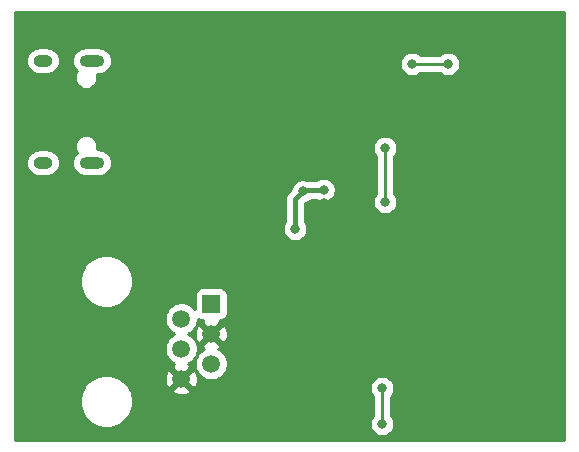
<source format=gbr>
%TF.GenerationSoftware,KiCad,Pcbnew,5.1.10-88a1d61d58~90~ubuntu20.04.1*%
%TF.CreationDate,2021-10-26T22:54:14+02:00*%
%TF.ProjectId,e-meter-usb-c,652d6d65-7465-4722-9d75-73622d632e6b,rev?*%
%TF.SameCoordinates,Original*%
%TF.FileFunction,Copper,L2,Bot*%
%TF.FilePolarity,Positive*%
%FSLAX46Y46*%
G04 Gerber Fmt 4.6, Leading zero omitted, Abs format (unit mm)*
G04 Created by KiCad (PCBNEW 5.1.10-88a1d61d58~90~ubuntu20.04.1) date 2021-10-26 22:54:14*
%MOMM*%
%LPD*%
G01*
G04 APERTURE LIST*
%TA.AperFunction,ComponentPad*%
%ADD10O,2.100000X1.000000*%
%TD*%
%TA.AperFunction,ComponentPad*%
%ADD11O,1.600000X1.000000*%
%TD*%
%TA.AperFunction,ComponentPad*%
%ADD12R,1.520000X1.520000*%
%TD*%
%TA.AperFunction,ComponentPad*%
%ADD13C,1.520000*%
%TD*%
%TA.AperFunction,ViaPad*%
%ADD14C,0.800000*%
%TD*%
%TA.AperFunction,Conductor*%
%ADD15C,0.400000*%
%TD*%
%TA.AperFunction,Conductor*%
%ADD16C,0.250000*%
%TD*%
%TA.AperFunction,Conductor*%
%ADD17C,0.254000*%
%TD*%
%TA.AperFunction,Conductor*%
%ADD18C,0.100000*%
%TD*%
G04 APERTURE END LIST*
D10*
%TO.P,J2,S1*%
%TO.N,Net-(J2-PadS1)*%
X114890000Y-38864000D03*
X114890000Y-30224000D03*
D11*
X110710000Y-30224000D03*
X110710000Y-38864000D03*
%TD*%
D12*
%TO.P,J1,1*%
%TO.N,/HAN_DATA_REQ*%
X124968000Y-50800000D03*
D13*
%TO.P,J1,2*%
X122428000Y-52070000D03*
%TO.P,J1,3*%
%TO.N,GND*%
X124968000Y-53340000D03*
%TO.P,J1,4*%
%TO.N,Net-(J1-Pad4)*%
X122428000Y-54610000D03*
%TO.P,J1,5*%
%TO.N,/HAN_DATA*%
X124968000Y-55880000D03*
%TO.P,J1,6*%
%TO.N,GND*%
X122428000Y-57150000D03*
%TD*%
D14*
%TO.N,GND*%
X134493000Y-42291000D03*
X128841500Y-57340500D03*
X137160000Y-32766000D03*
X137160000Y-35814000D03*
X153543000Y-58293000D03*
X153924000Y-34036000D03*
X149352000Y-46990000D03*
X148336000Y-35560000D03*
X117856000Y-31496000D03*
X117856000Y-38100000D03*
X129794000Y-27432000D03*
X120650000Y-27686000D03*
X138430000Y-28702000D03*
X144653000Y-27305000D03*
X152817000Y-27341000D03*
X117856000Y-29083000D03*
X127381000Y-49784000D03*
X127571500Y-52514500D03*
X128524000Y-43942000D03*
X130746500Y-43942000D03*
%TO.N,+3V3*%
X134492999Y-41148000D03*
X132080000Y-44450000D03*
X132715000Y-41275000D03*
%TO.N,/ESP_EN*%
X141986000Y-30480000D03*
X144997000Y-30480000D03*
%TO.N,/HAN_TO_ESP*%
X139446000Y-60960000D03*
X139446000Y-57949000D03*
%TO.N,/ESP_IO0*%
X139700000Y-37592000D03*
X139700000Y-42164000D03*
%TD*%
D15*
%TO.N,+3V3*%
X134492999Y-41148000D02*
X133096000Y-41148000D01*
X133096000Y-41148000D02*
X132842000Y-41148000D01*
X132080000Y-41910000D02*
X132715000Y-41275000D01*
X132080000Y-44450000D02*
X132080000Y-41910000D01*
X132842000Y-41148000D02*
X132842000Y-41148000D01*
X132715000Y-41275000D02*
X132842000Y-41148000D01*
D16*
%TO.N,/ESP_EN*%
X141986000Y-30480000D02*
X144997000Y-30480000D01*
%TO.N,/HAN_TO_ESP*%
X139446000Y-60960000D02*
X139446000Y-57949000D01*
%TO.N,/ESP_IO0*%
X139700000Y-37592000D02*
X139700000Y-42164000D01*
%TD*%
D17*
%TO.N,GND*%
X154813000Y-62307000D02*
X108381000Y-62307000D01*
X108381000Y-58827409D01*
X113818000Y-58827409D01*
X113818000Y-59272591D01*
X113904851Y-59709218D01*
X114075214Y-60120511D01*
X114322544Y-60490666D01*
X114637334Y-60805456D01*
X115007489Y-61052786D01*
X115418782Y-61223149D01*
X115855409Y-61310000D01*
X116300591Y-61310000D01*
X116737218Y-61223149D01*
X117148511Y-61052786D01*
X117518666Y-60805456D01*
X117833456Y-60490666D01*
X118080786Y-60120511D01*
X118251149Y-59709218D01*
X118338000Y-59272591D01*
X118338000Y-58827409D01*
X118251149Y-58390782D01*
X118136559Y-58114137D01*
X121643469Y-58114137D01*
X121710206Y-58354025D01*
X121958892Y-58470924D01*
X122225606Y-58537061D01*
X122500097Y-58549895D01*
X122771817Y-58508931D01*
X123030326Y-58415744D01*
X123145794Y-58354025D01*
X123212531Y-58114137D01*
X122428000Y-57329605D01*
X121643469Y-58114137D01*
X118136559Y-58114137D01*
X118080786Y-57979489D01*
X117833456Y-57609334D01*
X117518666Y-57294544D01*
X117410242Y-57222097D01*
X121028105Y-57222097D01*
X121069069Y-57493817D01*
X121162256Y-57752326D01*
X121223975Y-57867794D01*
X121463863Y-57934531D01*
X122248395Y-57150000D01*
X122607605Y-57150000D01*
X123392137Y-57934531D01*
X123632025Y-57867794D01*
X123641770Y-57847061D01*
X138411000Y-57847061D01*
X138411000Y-58050939D01*
X138450774Y-58250898D01*
X138528795Y-58439256D01*
X138642063Y-58608774D01*
X138686001Y-58652712D01*
X138686000Y-60256289D01*
X138642063Y-60300226D01*
X138528795Y-60469744D01*
X138450774Y-60658102D01*
X138411000Y-60858061D01*
X138411000Y-61061939D01*
X138450774Y-61261898D01*
X138528795Y-61450256D01*
X138642063Y-61619774D01*
X138786226Y-61763937D01*
X138955744Y-61877205D01*
X139144102Y-61955226D01*
X139344061Y-61995000D01*
X139547939Y-61995000D01*
X139747898Y-61955226D01*
X139936256Y-61877205D01*
X140105774Y-61763937D01*
X140249937Y-61619774D01*
X140363205Y-61450256D01*
X140441226Y-61261898D01*
X140481000Y-61061939D01*
X140481000Y-60858061D01*
X140441226Y-60658102D01*
X140363205Y-60469744D01*
X140249937Y-60300226D01*
X140206000Y-60256289D01*
X140206000Y-58652711D01*
X140249937Y-58608774D01*
X140363205Y-58439256D01*
X140441226Y-58250898D01*
X140481000Y-58050939D01*
X140481000Y-57847061D01*
X140441226Y-57647102D01*
X140363205Y-57458744D01*
X140249937Y-57289226D01*
X140105774Y-57145063D01*
X139936256Y-57031795D01*
X139747898Y-56953774D01*
X139547939Y-56914000D01*
X139344061Y-56914000D01*
X139144102Y-56953774D01*
X138955744Y-57031795D01*
X138786226Y-57145063D01*
X138642063Y-57289226D01*
X138528795Y-57458744D01*
X138450774Y-57647102D01*
X138411000Y-57847061D01*
X123641770Y-57847061D01*
X123748924Y-57619108D01*
X123815061Y-57352394D01*
X123827895Y-57077903D01*
X123786931Y-56806183D01*
X123693744Y-56547674D01*
X123632025Y-56432206D01*
X123392137Y-56365469D01*
X122607605Y-57150000D01*
X122248395Y-57150000D01*
X121463863Y-56365469D01*
X121223975Y-56432206D01*
X121107076Y-56680892D01*
X121040939Y-56947606D01*
X121028105Y-57222097D01*
X117410242Y-57222097D01*
X117148511Y-57047214D01*
X116737218Y-56876851D01*
X116300591Y-56790000D01*
X115855409Y-56790000D01*
X115418782Y-56876851D01*
X115007489Y-57047214D01*
X114637334Y-57294544D01*
X114322544Y-57609334D01*
X114075214Y-57979489D01*
X113904851Y-58390782D01*
X113818000Y-58827409D01*
X108381000Y-58827409D01*
X108381000Y-51932604D01*
X121033000Y-51932604D01*
X121033000Y-52207396D01*
X121086609Y-52476907D01*
X121191767Y-52730780D01*
X121344433Y-52959261D01*
X121538739Y-53153567D01*
X121767220Y-53306233D01*
X121848740Y-53340000D01*
X121767220Y-53373767D01*
X121538739Y-53526433D01*
X121344433Y-53720739D01*
X121191767Y-53949220D01*
X121086609Y-54203093D01*
X121033000Y-54472604D01*
X121033000Y-54747396D01*
X121086609Y-55016907D01*
X121191767Y-55270780D01*
X121344433Y-55499261D01*
X121538739Y-55693567D01*
X121767220Y-55846233D01*
X121843501Y-55877830D01*
X121825674Y-55884256D01*
X121710206Y-55945975D01*
X121643469Y-56185863D01*
X122428000Y-56970395D01*
X123212531Y-56185863D01*
X123145794Y-55945975D01*
X123006293Y-55880400D01*
X123088780Y-55846233D01*
X123243871Y-55742604D01*
X123573000Y-55742604D01*
X123573000Y-56017396D01*
X123626609Y-56286907D01*
X123731767Y-56540780D01*
X123884433Y-56769261D01*
X124078739Y-56963567D01*
X124307220Y-57116233D01*
X124561093Y-57221391D01*
X124830604Y-57275000D01*
X125105396Y-57275000D01*
X125374907Y-57221391D01*
X125628780Y-57116233D01*
X125857261Y-56963567D01*
X126051567Y-56769261D01*
X126204233Y-56540780D01*
X126309391Y-56286907D01*
X126363000Y-56017396D01*
X126363000Y-55742604D01*
X126309391Y-55473093D01*
X126204233Y-55219220D01*
X126051567Y-54990739D01*
X125857261Y-54796433D01*
X125628780Y-54643767D01*
X125552499Y-54612170D01*
X125570326Y-54605744D01*
X125685794Y-54544025D01*
X125752531Y-54304137D01*
X124968000Y-53519605D01*
X124183469Y-54304137D01*
X124250206Y-54544025D01*
X124389707Y-54609600D01*
X124307220Y-54643767D01*
X124078739Y-54796433D01*
X123884433Y-54990739D01*
X123731767Y-55219220D01*
X123626609Y-55473093D01*
X123573000Y-55742604D01*
X123243871Y-55742604D01*
X123317261Y-55693567D01*
X123511567Y-55499261D01*
X123664233Y-55270780D01*
X123769391Y-55016907D01*
X123823000Y-54747396D01*
X123823000Y-54472604D01*
X123769391Y-54203093D01*
X123664233Y-53949220D01*
X123511567Y-53720739D01*
X123317261Y-53526433D01*
X123146145Y-53412097D01*
X123568105Y-53412097D01*
X123609069Y-53683817D01*
X123702256Y-53942326D01*
X123763975Y-54057794D01*
X124003863Y-54124531D01*
X124788395Y-53340000D01*
X125147605Y-53340000D01*
X125932137Y-54124531D01*
X126172025Y-54057794D01*
X126288924Y-53809108D01*
X126355061Y-53542394D01*
X126367895Y-53267903D01*
X126326931Y-52996183D01*
X126233744Y-52737674D01*
X126172025Y-52622206D01*
X125932137Y-52555469D01*
X125147605Y-53340000D01*
X124788395Y-53340000D01*
X124003863Y-52555469D01*
X123763975Y-52622206D01*
X123647076Y-52870892D01*
X123580939Y-53137606D01*
X123568105Y-53412097D01*
X123146145Y-53412097D01*
X123088780Y-53373767D01*
X123007260Y-53340000D01*
X123088780Y-53306233D01*
X123317261Y-53153567D01*
X123511567Y-52959261D01*
X123664233Y-52730780D01*
X123769391Y-52476907D01*
X123823000Y-52207396D01*
X123823000Y-52065501D01*
X123853506Y-52090537D01*
X123963820Y-52149502D01*
X124083518Y-52185812D01*
X124208000Y-52198072D01*
X124232931Y-52198072D01*
X124183469Y-52375863D01*
X124968000Y-53160395D01*
X125752531Y-52375863D01*
X125703069Y-52198072D01*
X125728000Y-52198072D01*
X125852482Y-52185812D01*
X125972180Y-52149502D01*
X126082494Y-52090537D01*
X126179185Y-52011185D01*
X126258537Y-51914494D01*
X126317502Y-51804180D01*
X126353812Y-51684482D01*
X126366072Y-51560000D01*
X126366072Y-50040000D01*
X126353812Y-49915518D01*
X126317502Y-49795820D01*
X126258537Y-49685506D01*
X126179185Y-49588815D01*
X126082494Y-49509463D01*
X125972180Y-49450498D01*
X125852482Y-49414188D01*
X125728000Y-49401928D01*
X124208000Y-49401928D01*
X124083518Y-49414188D01*
X123963820Y-49450498D01*
X123853506Y-49509463D01*
X123756815Y-49588815D01*
X123677463Y-49685506D01*
X123618498Y-49795820D01*
X123582188Y-49915518D01*
X123569928Y-50040000D01*
X123569928Y-51268082D01*
X123511567Y-51180739D01*
X123317261Y-50986433D01*
X123088780Y-50833767D01*
X122834907Y-50728609D01*
X122565396Y-50675000D01*
X122290604Y-50675000D01*
X122021093Y-50728609D01*
X121767220Y-50833767D01*
X121538739Y-50986433D01*
X121344433Y-51180739D01*
X121191767Y-51409220D01*
X121086609Y-51663093D01*
X121033000Y-51932604D01*
X108381000Y-51932604D01*
X108381000Y-48667409D01*
X113818000Y-48667409D01*
X113818000Y-49112591D01*
X113904851Y-49549218D01*
X114075214Y-49960511D01*
X114322544Y-50330666D01*
X114637334Y-50645456D01*
X115007489Y-50892786D01*
X115418782Y-51063149D01*
X115855409Y-51150000D01*
X116300591Y-51150000D01*
X116737218Y-51063149D01*
X117148511Y-50892786D01*
X117518666Y-50645456D01*
X117833456Y-50330666D01*
X118080786Y-49960511D01*
X118251149Y-49549218D01*
X118338000Y-49112591D01*
X118338000Y-48667409D01*
X118251149Y-48230782D01*
X118080786Y-47819489D01*
X117833456Y-47449334D01*
X117518666Y-47134544D01*
X117148511Y-46887214D01*
X116737218Y-46716851D01*
X116300591Y-46630000D01*
X115855409Y-46630000D01*
X115418782Y-46716851D01*
X115007489Y-46887214D01*
X114637334Y-47134544D01*
X114322544Y-47449334D01*
X114075214Y-47819489D01*
X113904851Y-48230782D01*
X113818000Y-48667409D01*
X108381000Y-48667409D01*
X108381000Y-44348061D01*
X131045000Y-44348061D01*
X131045000Y-44551939D01*
X131084774Y-44751898D01*
X131162795Y-44940256D01*
X131276063Y-45109774D01*
X131420226Y-45253937D01*
X131589744Y-45367205D01*
X131778102Y-45445226D01*
X131978061Y-45485000D01*
X132181939Y-45485000D01*
X132381898Y-45445226D01*
X132570256Y-45367205D01*
X132739774Y-45253937D01*
X132883937Y-45109774D01*
X132997205Y-44940256D01*
X133075226Y-44751898D01*
X133115000Y-44551939D01*
X133115000Y-44348061D01*
X133075226Y-44148102D01*
X132997205Y-43959744D01*
X132915000Y-43836715D01*
X132915000Y-42290495D01*
X133016898Y-42270226D01*
X133205256Y-42192205D01*
X133374774Y-42078937D01*
X133470711Y-41983000D01*
X133879714Y-41983000D01*
X134002743Y-42065205D01*
X134191101Y-42143226D01*
X134391060Y-42183000D01*
X134594938Y-42183000D01*
X134794897Y-42143226D01*
X134983255Y-42065205D01*
X135152773Y-41951937D01*
X135296936Y-41807774D01*
X135410204Y-41638256D01*
X135488225Y-41449898D01*
X135527999Y-41249939D01*
X135527999Y-41046061D01*
X135488225Y-40846102D01*
X135410204Y-40657744D01*
X135296936Y-40488226D01*
X135152773Y-40344063D01*
X134983255Y-40230795D01*
X134794897Y-40152774D01*
X134594938Y-40113000D01*
X134391060Y-40113000D01*
X134191101Y-40152774D01*
X134002743Y-40230795D01*
X133879714Y-40313000D01*
X133097112Y-40313000D01*
X133016898Y-40279774D01*
X132816939Y-40240000D01*
X132613061Y-40240000D01*
X132413102Y-40279774D01*
X132224744Y-40357795D01*
X132055226Y-40471063D01*
X131911063Y-40615226D01*
X131797795Y-40784744D01*
X131719774Y-40973102D01*
X131690908Y-41118225D01*
X131518573Y-41290559D01*
X131486710Y-41316709D01*
X131437281Y-41376939D01*
X131382364Y-41443855D01*
X131304828Y-41588914D01*
X131257082Y-41746312D01*
X131240960Y-41910000D01*
X131245001Y-41951028D01*
X131245000Y-43836715D01*
X131162795Y-43959744D01*
X131084774Y-44148102D01*
X131045000Y-44348061D01*
X108381000Y-44348061D01*
X108381000Y-38864000D01*
X109269509Y-38864000D01*
X109291423Y-39086499D01*
X109356324Y-39300447D01*
X109461716Y-39497623D01*
X109603551Y-39670449D01*
X109776377Y-39812284D01*
X109973553Y-39917676D01*
X110187501Y-39982577D01*
X110354248Y-39999000D01*
X111065752Y-39999000D01*
X111232499Y-39982577D01*
X111446447Y-39917676D01*
X111643623Y-39812284D01*
X111816449Y-39670449D01*
X111958284Y-39497623D01*
X112063676Y-39300447D01*
X112128577Y-39086499D01*
X112150491Y-38864000D01*
X113199509Y-38864000D01*
X113221423Y-39086499D01*
X113286324Y-39300447D01*
X113391716Y-39497623D01*
X113533551Y-39670449D01*
X113706377Y-39812284D01*
X113903553Y-39917676D01*
X114117501Y-39982577D01*
X114284248Y-39999000D01*
X115495752Y-39999000D01*
X115662499Y-39982577D01*
X115876447Y-39917676D01*
X116073623Y-39812284D01*
X116246449Y-39670449D01*
X116388284Y-39497623D01*
X116493676Y-39300447D01*
X116558577Y-39086499D01*
X116580491Y-38864000D01*
X116558577Y-38641501D01*
X116493676Y-38427553D01*
X116388284Y-38230377D01*
X116246449Y-38057551D01*
X116073623Y-37915716D01*
X115876447Y-37810324D01*
X115662499Y-37745423D01*
X115495752Y-37729000D01*
X115276904Y-37729000D01*
X115283108Y-37714022D01*
X115320000Y-37528552D01*
X115320000Y-37490061D01*
X138665000Y-37490061D01*
X138665000Y-37693939D01*
X138704774Y-37893898D01*
X138782795Y-38082256D01*
X138896063Y-38251774D01*
X138940000Y-38295711D01*
X138940001Y-41460288D01*
X138896063Y-41504226D01*
X138782795Y-41673744D01*
X138704774Y-41862102D01*
X138665000Y-42062061D01*
X138665000Y-42265939D01*
X138704774Y-42465898D01*
X138782795Y-42654256D01*
X138896063Y-42823774D01*
X139040226Y-42967937D01*
X139209744Y-43081205D01*
X139398102Y-43159226D01*
X139598061Y-43199000D01*
X139801939Y-43199000D01*
X140001898Y-43159226D01*
X140190256Y-43081205D01*
X140359774Y-42967937D01*
X140503937Y-42823774D01*
X140617205Y-42654256D01*
X140695226Y-42465898D01*
X140735000Y-42265939D01*
X140735000Y-42062061D01*
X140695226Y-41862102D01*
X140617205Y-41673744D01*
X140503937Y-41504226D01*
X140460000Y-41460289D01*
X140460000Y-38295711D01*
X140503937Y-38251774D01*
X140617205Y-38082256D01*
X140695226Y-37893898D01*
X140735000Y-37693939D01*
X140735000Y-37490061D01*
X140695226Y-37290102D01*
X140617205Y-37101744D01*
X140503937Y-36932226D01*
X140359774Y-36788063D01*
X140190256Y-36674795D01*
X140001898Y-36596774D01*
X139801939Y-36557000D01*
X139598061Y-36557000D01*
X139398102Y-36596774D01*
X139209744Y-36674795D01*
X139040226Y-36788063D01*
X138896063Y-36932226D01*
X138782795Y-37101744D01*
X138704774Y-37290102D01*
X138665000Y-37490061D01*
X115320000Y-37490061D01*
X115320000Y-37339448D01*
X115283108Y-37153978D01*
X115210741Y-36979269D01*
X115105681Y-36822036D01*
X114971964Y-36688319D01*
X114814731Y-36583259D01*
X114640022Y-36510892D01*
X114454552Y-36474000D01*
X114265448Y-36474000D01*
X114079978Y-36510892D01*
X113905269Y-36583259D01*
X113748036Y-36688319D01*
X113614319Y-36822036D01*
X113509259Y-36979269D01*
X113436892Y-37153978D01*
X113400000Y-37339448D01*
X113400000Y-37528552D01*
X113436892Y-37714022D01*
X113509259Y-37888731D01*
X113590715Y-38010638D01*
X113533551Y-38057551D01*
X113391716Y-38230377D01*
X113286324Y-38427553D01*
X113221423Y-38641501D01*
X113199509Y-38864000D01*
X112150491Y-38864000D01*
X112128577Y-38641501D01*
X112063676Y-38427553D01*
X111958284Y-38230377D01*
X111816449Y-38057551D01*
X111643623Y-37915716D01*
X111446447Y-37810324D01*
X111232499Y-37745423D01*
X111065752Y-37729000D01*
X110354248Y-37729000D01*
X110187501Y-37745423D01*
X109973553Y-37810324D01*
X109776377Y-37915716D01*
X109603551Y-38057551D01*
X109461716Y-38230377D01*
X109356324Y-38427553D01*
X109291423Y-38641501D01*
X109269509Y-38864000D01*
X108381000Y-38864000D01*
X108381000Y-30224000D01*
X109269509Y-30224000D01*
X109291423Y-30446499D01*
X109356324Y-30660447D01*
X109461716Y-30857623D01*
X109603551Y-31030449D01*
X109776377Y-31172284D01*
X109973553Y-31277676D01*
X110187501Y-31342577D01*
X110354248Y-31359000D01*
X111065752Y-31359000D01*
X111232499Y-31342577D01*
X111446447Y-31277676D01*
X111643623Y-31172284D01*
X111816449Y-31030449D01*
X111958284Y-30857623D01*
X112063676Y-30660447D01*
X112128577Y-30446499D01*
X112150491Y-30224000D01*
X113199509Y-30224000D01*
X113221423Y-30446499D01*
X113286324Y-30660447D01*
X113391716Y-30857623D01*
X113533551Y-31030449D01*
X113590715Y-31077362D01*
X113509259Y-31199269D01*
X113436892Y-31373978D01*
X113400000Y-31559448D01*
X113400000Y-31748552D01*
X113436892Y-31934022D01*
X113509259Y-32108731D01*
X113614319Y-32265964D01*
X113748036Y-32399681D01*
X113905269Y-32504741D01*
X114079978Y-32577108D01*
X114265448Y-32614000D01*
X114454552Y-32614000D01*
X114640022Y-32577108D01*
X114814731Y-32504741D01*
X114971964Y-32399681D01*
X115105681Y-32265964D01*
X115210741Y-32108731D01*
X115283108Y-31934022D01*
X115320000Y-31748552D01*
X115320000Y-31559448D01*
X115283108Y-31373978D01*
X115276904Y-31359000D01*
X115495752Y-31359000D01*
X115662499Y-31342577D01*
X115876447Y-31277676D01*
X116073623Y-31172284D01*
X116246449Y-31030449D01*
X116388284Y-30857623D01*
X116493676Y-30660447D01*
X116558577Y-30446499D01*
X116565317Y-30378061D01*
X140951000Y-30378061D01*
X140951000Y-30581939D01*
X140990774Y-30781898D01*
X141068795Y-30970256D01*
X141182063Y-31139774D01*
X141326226Y-31283937D01*
X141495744Y-31397205D01*
X141684102Y-31475226D01*
X141884061Y-31515000D01*
X142087939Y-31515000D01*
X142287898Y-31475226D01*
X142476256Y-31397205D01*
X142645774Y-31283937D01*
X142689711Y-31240000D01*
X144293289Y-31240000D01*
X144337226Y-31283937D01*
X144506744Y-31397205D01*
X144695102Y-31475226D01*
X144895061Y-31515000D01*
X145098939Y-31515000D01*
X145298898Y-31475226D01*
X145487256Y-31397205D01*
X145656774Y-31283937D01*
X145800937Y-31139774D01*
X145914205Y-30970256D01*
X145992226Y-30781898D01*
X146032000Y-30581939D01*
X146032000Y-30378061D01*
X145992226Y-30178102D01*
X145914205Y-29989744D01*
X145800937Y-29820226D01*
X145656774Y-29676063D01*
X145487256Y-29562795D01*
X145298898Y-29484774D01*
X145098939Y-29445000D01*
X144895061Y-29445000D01*
X144695102Y-29484774D01*
X144506744Y-29562795D01*
X144337226Y-29676063D01*
X144293289Y-29720000D01*
X142689711Y-29720000D01*
X142645774Y-29676063D01*
X142476256Y-29562795D01*
X142287898Y-29484774D01*
X142087939Y-29445000D01*
X141884061Y-29445000D01*
X141684102Y-29484774D01*
X141495744Y-29562795D01*
X141326226Y-29676063D01*
X141182063Y-29820226D01*
X141068795Y-29989744D01*
X140990774Y-30178102D01*
X140951000Y-30378061D01*
X116565317Y-30378061D01*
X116580491Y-30224000D01*
X116558577Y-30001501D01*
X116493676Y-29787553D01*
X116388284Y-29590377D01*
X116246449Y-29417551D01*
X116073623Y-29275716D01*
X115876447Y-29170324D01*
X115662499Y-29105423D01*
X115495752Y-29089000D01*
X114284248Y-29089000D01*
X114117501Y-29105423D01*
X113903553Y-29170324D01*
X113706377Y-29275716D01*
X113533551Y-29417551D01*
X113391716Y-29590377D01*
X113286324Y-29787553D01*
X113221423Y-30001501D01*
X113199509Y-30224000D01*
X112150491Y-30224000D01*
X112128577Y-30001501D01*
X112063676Y-29787553D01*
X111958284Y-29590377D01*
X111816449Y-29417551D01*
X111643623Y-29275716D01*
X111446447Y-29170324D01*
X111232499Y-29105423D01*
X111065752Y-29089000D01*
X110354248Y-29089000D01*
X110187501Y-29105423D01*
X109973553Y-29170324D01*
X109776377Y-29275716D01*
X109603551Y-29417551D01*
X109461716Y-29590377D01*
X109356324Y-29787553D01*
X109291423Y-30001501D01*
X109269509Y-30224000D01*
X108381000Y-30224000D01*
X108381000Y-26085000D01*
X154813000Y-26085000D01*
X154813000Y-62307000D01*
%TA.AperFunction,Conductor*%
D18*
G36*
X154813000Y-62307000D02*
G01*
X108381000Y-62307000D01*
X108381000Y-58827409D01*
X113818000Y-58827409D01*
X113818000Y-59272591D01*
X113904851Y-59709218D01*
X114075214Y-60120511D01*
X114322544Y-60490666D01*
X114637334Y-60805456D01*
X115007489Y-61052786D01*
X115418782Y-61223149D01*
X115855409Y-61310000D01*
X116300591Y-61310000D01*
X116737218Y-61223149D01*
X117148511Y-61052786D01*
X117518666Y-60805456D01*
X117833456Y-60490666D01*
X118080786Y-60120511D01*
X118251149Y-59709218D01*
X118338000Y-59272591D01*
X118338000Y-58827409D01*
X118251149Y-58390782D01*
X118136559Y-58114137D01*
X121643469Y-58114137D01*
X121710206Y-58354025D01*
X121958892Y-58470924D01*
X122225606Y-58537061D01*
X122500097Y-58549895D01*
X122771817Y-58508931D01*
X123030326Y-58415744D01*
X123145794Y-58354025D01*
X123212531Y-58114137D01*
X122428000Y-57329605D01*
X121643469Y-58114137D01*
X118136559Y-58114137D01*
X118080786Y-57979489D01*
X117833456Y-57609334D01*
X117518666Y-57294544D01*
X117410242Y-57222097D01*
X121028105Y-57222097D01*
X121069069Y-57493817D01*
X121162256Y-57752326D01*
X121223975Y-57867794D01*
X121463863Y-57934531D01*
X122248395Y-57150000D01*
X122607605Y-57150000D01*
X123392137Y-57934531D01*
X123632025Y-57867794D01*
X123641770Y-57847061D01*
X138411000Y-57847061D01*
X138411000Y-58050939D01*
X138450774Y-58250898D01*
X138528795Y-58439256D01*
X138642063Y-58608774D01*
X138686001Y-58652712D01*
X138686000Y-60256289D01*
X138642063Y-60300226D01*
X138528795Y-60469744D01*
X138450774Y-60658102D01*
X138411000Y-60858061D01*
X138411000Y-61061939D01*
X138450774Y-61261898D01*
X138528795Y-61450256D01*
X138642063Y-61619774D01*
X138786226Y-61763937D01*
X138955744Y-61877205D01*
X139144102Y-61955226D01*
X139344061Y-61995000D01*
X139547939Y-61995000D01*
X139747898Y-61955226D01*
X139936256Y-61877205D01*
X140105774Y-61763937D01*
X140249937Y-61619774D01*
X140363205Y-61450256D01*
X140441226Y-61261898D01*
X140481000Y-61061939D01*
X140481000Y-60858061D01*
X140441226Y-60658102D01*
X140363205Y-60469744D01*
X140249937Y-60300226D01*
X140206000Y-60256289D01*
X140206000Y-58652711D01*
X140249937Y-58608774D01*
X140363205Y-58439256D01*
X140441226Y-58250898D01*
X140481000Y-58050939D01*
X140481000Y-57847061D01*
X140441226Y-57647102D01*
X140363205Y-57458744D01*
X140249937Y-57289226D01*
X140105774Y-57145063D01*
X139936256Y-57031795D01*
X139747898Y-56953774D01*
X139547939Y-56914000D01*
X139344061Y-56914000D01*
X139144102Y-56953774D01*
X138955744Y-57031795D01*
X138786226Y-57145063D01*
X138642063Y-57289226D01*
X138528795Y-57458744D01*
X138450774Y-57647102D01*
X138411000Y-57847061D01*
X123641770Y-57847061D01*
X123748924Y-57619108D01*
X123815061Y-57352394D01*
X123827895Y-57077903D01*
X123786931Y-56806183D01*
X123693744Y-56547674D01*
X123632025Y-56432206D01*
X123392137Y-56365469D01*
X122607605Y-57150000D01*
X122248395Y-57150000D01*
X121463863Y-56365469D01*
X121223975Y-56432206D01*
X121107076Y-56680892D01*
X121040939Y-56947606D01*
X121028105Y-57222097D01*
X117410242Y-57222097D01*
X117148511Y-57047214D01*
X116737218Y-56876851D01*
X116300591Y-56790000D01*
X115855409Y-56790000D01*
X115418782Y-56876851D01*
X115007489Y-57047214D01*
X114637334Y-57294544D01*
X114322544Y-57609334D01*
X114075214Y-57979489D01*
X113904851Y-58390782D01*
X113818000Y-58827409D01*
X108381000Y-58827409D01*
X108381000Y-51932604D01*
X121033000Y-51932604D01*
X121033000Y-52207396D01*
X121086609Y-52476907D01*
X121191767Y-52730780D01*
X121344433Y-52959261D01*
X121538739Y-53153567D01*
X121767220Y-53306233D01*
X121848740Y-53340000D01*
X121767220Y-53373767D01*
X121538739Y-53526433D01*
X121344433Y-53720739D01*
X121191767Y-53949220D01*
X121086609Y-54203093D01*
X121033000Y-54472604D01*
X121033000Y-54747396D01*
X121086609Y-55016907D01*
X121191767Y-55270780D01*
X121344433Y-55499261D01*
X121538739Y-55693567D01*
X121767220Y-55846233D01*
X121843501Y-55877830D01*
X121825674Y-55884256D01*
X121710206Y-55945975D01*
X121643469Y-56185863D01*
X122428000Y-56970395D01*
X123212531Y-56185863D01*
X123145794Y-55945975D01*
X123006293Y-55880400D01*
X123088780Y-55846233D01*
X123243871Y-55742604D01*
X123573000Y-55742604D01*
X123573000Y-56017396D01*
X123626609Y-56286907D01*
X123731767Y-56540780D01*
X123884433Y-56769261D01*
X124078739Y-56963567D01*
X124307220Y-57116233D01*
X124561093Y-57221391D01*
X124830604Y-57275000D01*
X125105396Y-57275000D01*
X125374907Y-57221391D01*
X125628780Y-57116233D01*
X125857261Y-56963567D01*
X126051567Y-56769261D01*
X126204233Y-56540780D01*
X126309391Y-56286907D01*
X126363000Y-56017396D01*
X126363000Y-55742604D01*
X126309391Y-55473093D01*
X126204233Y-55219220D01*
X126051567Y-54990739D01*
X125857261Y-54796433D01*
X125628780Y-54643767D01*
X125552499Y-54612170D01*
X125570326Y-54605744D01*
X125685794Y-54544025D01*
X125752531Y-54304137D01*
X124968000Y-53519605D01*
X124183469Y-54304137D01*
X124250206Y-54544025D01*
X124389707Y-54609600D01*
X124307220Y-54643767D01*
X124078739Y-54796433D01*
X123884433Y-54990739D01*
X123731767Y-55219220D01*
X123626609Y-55473093D01*
X123573000Y-55742604D01*
X123243871Y-55742604D01*
X123317261Y-55693567D01*
X123511567Y-55499261D01*
X123664233Y-55270780D01*
X123769391Y-55016907D01*
X123823000Y-54747396D01*
X123823000Y-54472604D01*
X123769391Y-54203093D01*
X123664233Y-53949220D01*
X123511567Y-53720739D01*
X123317261Y-53526433D01*
X123146145Y-53412097D01*
X123568105Y-53412097D01*
X123609069Y-53683817D01*
X123702256Y-53942326D01*
X123763975Y-54057794D01*
X124003863Y-54124531D01*
X124788395Y-53340000D01*
X125147605Y-53340000D01*
X125932137Y-54124531D01*
X126172025Y-54057794D01*
X126288924Y-53809108D01*
X126355061Y-53542394D01*
X126367895Y-53267903D01*
X126326931Y-52996183D01*
X126233744Y-52737674D01*
X126172025Y-52622206D01*
X125932137Y-52555469D01*
X125147605Y-53340000D01*
X124788395Y-53340000D01*
X124003863Y-52555469D01*
X123763975Y-52622206D01*
X123647076Y-52870892D01*
X123580939Y-53137606D01*
X123568105Y-53412097D01*
X123146145Y-53412097D01*
X123088780Y-53373767D01*
X123007260Y-53340000D01*
X123088780Y-53306233D01*
X123317261Y-53153567D01*
X123511567Y-52959261D01*
X123664233Y-52730780D01*
X123769391Y-52476907D01*
X123823000Y-52207396D01*
X123823000Y-52065501D01*
X123853506Y-52090537D01*
X123963820Y-52149502D01*
X124083518Y-52185812D01*
X124208000Y-52198072D01*
X124232931Y-52198072D01*
X124183469Y-52375863D01*
X124968000Y-53160395D01*
X125752531Y-52375863D01*
X125703069Y-52198072D01*
X125728000Y-52198072D01*
X125852482Y-52185812D01*
X125972180Y-52149502D01*
X126082494Y-52090537D01*
X126179185Y-52011185D01*
X126258537Y-51914494D01*
X126317502Y-51804180D01*
X126353812Y-51684482D01*
X126366072Y-51560000D01*
X126366072Y-50040000D01*
X126353812Y-49915518D01*
X126317502Y-49795820D01*
X126258537Y-49685506D01*
X126179185Y-49588815D01*
X126082494Y-49509463D01*
X125972180Y-49450498D01*
X125852482Y-49414188D01*
X125728000Y-49401928D01*
X124208000Y-49401928D01*
X124083518Y-49414188D01*
X123963820Y-49450498D01*
X123853506Y-49509463D01*
X123756815Y-49588815D01*
X123677463Y-49685506D01*
X123618498Y-49795820D01*
X123582188Y-49915518D01*
X123569928Y-50040000D01*
X123569928Y-51268082D01*
X123511567Y-51180739D01*
X123317261Y-50986433D01*
X123088780Y-50833767D01*
X122834907Y-50728609D01*
X122565396Y-50675000D01*
X122290604Y-50675000D01*
X122021093Y-50728609D01*
X121767220Y-50833767D01*
X121538739Y-50986433D01*
X121344433Y-51180739D01*
X121191767Y-51409220D01*
X121086609Y-51663093D01*
X121033000Y-51932604D01*
X108381000Y-51932604D01*
X108381000Y-48667409D01*
X113818000Y-48667409D01*
X113818000Y-49112591D01*
X113904851Y-49549218D01*
X114075214Y-49960511D01*
X114322544Y-50330666D01*
X114637334Y-50645456D01*
X115007489Y-50892786D01*
X115418782Y-51063149D01*
X115855409Y-51150000D01*
X116300591Y-51150000D01*
X116737218Y-51063149D01*
X117148511Y-50892786D01*
X117518666Y-50645456D01*
X117833456Y-50330666D01*
X118080786Y-49960511D01*
X118251149Y-49549218D01*
X118338000Y-49112591D01*
X118338000Y-48667409D01*
X118251149Y-48230782D01*
X118080786Y-47819489D01*
X117833456Y-47449334D01*
X117518666Y-47134544D01*
X117148511Y-46887214D01*
X116737218Y-46716851D01*
X116300591Y-46630000D01*
X115855409Y-46630000D01*
X115418782Y-46716851D01*
X115007489Y-46887214D01*
X114637334Y-47134544D01*
X114322544Y-47449334D01*
X114075214Y-47819489D01*
X113904851Y-48230782D01*
X113818000Y-48667409D01*
X108381000Y-48667409D01*
X108381000Y-44348061D01*
X131045000Y-44348061D01*
X131045000Y-44551939D01*
X131084774Y-44751898D01*
X131162795Y-44940256D01*
X131276063Y-45109774D01*
X131420226Y-45253937D01*
X131589744Y-45367205D01*
X131778102Y-45445226D01*
X131978061Y-45485000D01*
X132181939Y-45485000D01*
X132381898Y-45445226D01*
X132570256Y-45367205D01*
X132739774Y-45253937D01*
X132883937Y-45109774D01*
X132997205Y-44940256D01*
X133075226Y-44751898D01*
X133115000Y-44551939D01*
X133115000Y-44348061D01*
X133075226Y-44148102D01*
X132997205Y-43959744D01*
X132915000Y-43836715D01*
X132915000Y-42290495D01*
X133016898Y-42270226D01*
X133205256Y-42192205D01*
X133374774Y-42078937D01*
X133470711Y-41983000D01*
X133879714Y-41983000D01*
X134002743Y-42065205D01*
X134191101Y-42143226D01*
X134391060Y-42183000D01*
X134594938Y-42183000D01*
X134794897Y-42143226D01*
X134983255Y-42065205D01*
X135152773Y-41951937D01*
X135296936Y-41807774D01*
X135410204Y-41638256D01*
X135488225Y-41449898D01*
X135527999Y-41249939D01*
X135527999Y-41046061D01*
X135488225Y-40846102D01*
X135410204Y-40657744D01*
X135296936Y-40488226D01*
X135152773Y-40344063D01*
X134983255Y-40230795D01*
X134794897Y-40152774D01*
X134594938Y-40113000D01*
X134391060Y-40113000D01*
X134191101Y-40152774D01*
X134002743Y-40230795D01*
X133879714Y-40313000D01*
X133097112Y-40313000D01*
X133016898Y-40279774D01*
X132816939Y-40240000D01*
X132613061Y-40240000D01*
X132413102Y-40279774D01*
X132224744Y-40357795D01*
X132055226Y-40471063D01*
X131911063Y-40615226D01*
X131797795Y-40784744D01*
X131719774Y-40973102D01*
X131690908Y-41118225D01*
X131518573Y-41290559D01*
X131486710Y-41316709D01*
X131437281Y-41376939D01*
X131382364Y-41443855D01*
X131304828Y-41588914D01*
X131257082Y-41746312D01*
X131240960Y-41910000D01*
X131245001Y-41951028D01*
X131245000Y-43836715D01*
X131162795Y-43959744D01*
X131084774Y-44148102D01*
X131045000Y-44348061D01*
X108381000Y-44348061D01*
X108381000Y-38864000D01*
X109269509Y-38864000D01*
X109291423Y-39086499D01*
X109356324Y-39300447D01*
X109461716Y-39497623D01*
X109603551Y-39670449D01*
X109776377Y-39812284D01*
X109973553Y-39917676D01*
X110187501Y-39982577D01*
X110354248Y-39999000D01*
X111065752Y-39999000D01*
X111232499Y-39982577D01*
X111446447Y-39917676D01*
X111643623Y-39812284D01*
X111816449Y-39670449D01*
X111958284Y-39497623D01*
X112063676Y-39300447D01*
X112128577Y-39086499D01*
X112150491Y-38864000D01*
X113199509Y-38864000D01*
X113221423Y-39086499D01*
X113286324Y-39300447D01*
X113391716Y-39497623D01*
X113533551Y-39670449D01*
X113706377Y-39812284D01*
X113903553Y-39917676D01*
X114117501Y-39982577D01*
X114284248Y-39999000D01*
X115495752Y-39999000D01*
X115662499Y-39982577D01*
X115876447Y-39917676D01*
X116073623Y-39812284D01*
X116246449Y-39670449D01*
X116388284Y-39497623D01*
X116493676Y-39300447D01*
X116558577Y-39086499D01*
X116580491Y-38864000D01*
X116558577Y-38641501D01*
X116493676Y-38427553D01*
X116388284Y-38230377D01*
X116246449Y-38057551D01*
X116073623Y-37915716D01*
X115876447Y-37810324D01*
X115662499Y-37745423D01*
X115495752Y-37729000D01*
X115276904Y-37729000D01*
X115283108Y-37714022D01*
X115320000Y-37528552D01*
X115320000Y-37490061D01*
X138665000Y-37490061D01*
X138665000Y-37693939D01*
X138704774Y-37893898D01*
X138782795Y-38082256D01*
X138896063Y-38251774D01*
X138940000Y-38295711D01*
X138940001Y-41460288D01*
X138896063Y-41504226D01*
X138782795Y-41673744D01*
X138704774Y-41862102D01*
X138665000Y-42062061D01*
X138665000Y-42265939D01*
X138704774Y-42465898D01*
X138782795Y-42654256D01*
X138896063Y-42823774D01*
X139040226Y-42967937D01*
X139209744Y-43081205D01*
X139398102Y-43159226D01*
X139598061Y-43199000D01*
X139801939Y-43199000D01*
X140001898Y-43159226D01*
X140190256Y-43081205D01*
X140359774Y-42967937D01*
X140503937Y-42823774D01*
X140617205Y-42654256D01*
X140695226Y-42465898D01*
X140735000Y-42265939D01*
X140735000Y-42062061D01*
X140695226Y-41862102D01*
X140617205Y-41673744D01*
X140503937Y-41504226D01*
X140460000Y-41460289D01*
X140460000Y-38295711D01*
X140503937Y-38251774D01*
X140617205Y-38082256D01*
X140695226Y-37893898D01*
X140735000Y-37693939D01*
X140735000Y-37490061D01*
X140695226Y-37290102D01*
X140617205Y-37101744D01*
X140503937Y-36932226D01*
X140359774Y-36788063D01*
X140190256Y-36674795D01*
X140001898Y-36596774D01*
X139801939Y-36557000D01*
X139598061Y-36557000D01*
X139398102Y-36596774D01*
X139209744Y-36674795D01*
X139040226Y-36788063D01*
X138896063Y-36932226D01*
X138782795Y-37101744D01*
X138704774Y-37290102D01*
X138665000Y-37490061D01*
X115320000Y-37490061D01*
X115320000Y-37339448D01*
X115283108Y-37153978D01*
X115210741Y-36979269D01*
X115105681Y-36822036D01*
X114971964Y-36688319D01*
X114814731Y-36583259D01*
X114640022Y-36510892D01*
X114454552Y-36474000D01*
X114265448Y-36474000D01*
X114079978Y-36510892D01*
X113905269Y-36583259D01*
X113748036Y-36688319D01*
X113614319Y-36822036D01*
X113509259Y-36979269D01*
X113436892Y-37153978D01*
X113400000Y-37339448D01*
X113400000Y-37528552D01*
X113436892Y-37714022D01*
X113509259Y-37888731D01*
X113590715Y-38010638D01*
X113533551Y-38057551D01*
X113391716Y-38230377D01*
X113286324Y-38427553D01*
X113221423Y-38641501D01*
X113199509Y-38864000D01*
X112150491Y-38864000D01*
X112128577Y-38641501D01*
X112063676Y-38427553D01*
X111958284Y-38230377D01*
X111816449Y-38057551D01*
X111643623Y-37915716D01*
X111446447Y-37810324D01*
X111232499Y-37745423D01*
X111065752Y-37729000D01*
X110354248Y-37729000D01*
X110187501Y-37745423D01*
X109973553Y-37810324D01*
X109776377Y-37915716D01*
X109603551Y-38057551D01*
X109461716Y-38230377D01*
X109356324Y-38427553D01*
X109291423Y-38641501D01*
X109269509Y-38864000D01*
X108381000Y-38864000D01*
X108381000Y-30224000D01*
X109269509Y-30224000D01*
X109291423Y-30446499D01*
X109356324Y-30660447D01*
X109461716Y-30857623D01*
X109603551Y-31030449D01*
X109776377Y-31172284D01*
X109973553Y-31277676D01*
X110187501Y-31342577D01*
X110354248Y-31359000D01*
X111065752Y-31359000D01*
X111232499Y-31342577D01*
X111446447Y-31277676D01*
X111643623Y-31172284D01*
X111816449Y-31030449D01*
X111958284Y-30857623D01*
X112063676Y-30660447D01*
X112128577Y-30446499D01*
X112150491Y-30224000D01*
X113199509Y-30224000D01*
X113221423Y-30446499D01*
X113286324Y-30660447D01*
X113391716Y-30857623D01*
X113533551Y-31030449D01*
X113590715Y-31077362D01*
X113509259Y-31199269D01*
X113436892Y-31373978D01*
X113400000Y-31559448D01*
X113400000Y-31748552D01*
X113436892Y-31934022D01*
X113509259Y-32108731D01*
X113614319Y-32265964D01*
X113748036Y-32399681D01*
X113905269Y-32504741D01*
X114079978Y-32577108D01*
X114265448Y-32614000D01*
X114454552Y-32614000D01*
X114640022Y-32577108D01*
X114814731Y-32504741D01*
X114971964Y-32399681D01*
X115105681Y-32265964D01*
X115210741Y-32108731D01*
X115283108Y-31934022D01*
X115320000Y-31748552D01*
X115320000Y-31559448D01*
X115283108Y-31373978D01*
X115276904Y-31359000D01*
X115495752Y-31359000D01*
X115662499Y-31342577D01*
X115876447Y-31277676D01*
X116073623Y-31172284D01*
X116246449Y-31030449D01*
X116388284Y-30857623D01*
X116493676Y-30660447D01*
X116558577Y-30446499D01*
X116565317Y-30378061D01*
X140951000Y-30378061D01*
X140951000Y-30581939D01*
X140990774Y-30781898D01*
X141068795Y-30970256D01*
X141182063Y-31139774D01*
X141326226Y-31283937D01*
X141495744Y-31397205D01*
X141684102Y-31475226D01*
X141884061Y-31515000D01*
X142087939Y-31515000D01*
X142287898Y-31475226D01*
X142476256Y-31397205D01*
X142645774Y-31283937D01*
X142689711Y-31240000D01*
X144293289Y-31240000D01*
X144337226Y-31283937D01*
X144506744Y-31397205D01*
X144695102Y-31475226D01*
X144895061Y-31515000D01*
X145098939Y-31515000D01*
X145298898Y-31475226D01*
X145487256Y-31397205D01*
X145656774Y-31283937D01*
X145800937Y-31139774D01*
X145914205Y-30970256D01*
X145992226Y-30781898D01*
X146032000Y-30581939D01*
X146032000Y-30378061D01*
X145992226Y-30178102D01*
X145914205Y-29989744D01*
X145800937Y-29820226D01*
X145656774Y-29676063D01*
X145487256Y-29562795D01*
X145298898Y-29484774D01*
X145098939Y-29445000D01*
X144895061Y-29445000D01*
X144695102Y-29484774D01*
X144506744Y-29562795D01*
X144337226Y-29676063D01*
X144293289Y-29720000D01*
X142689711Y-29720000D01*
X142645774Y-29676063D01*
X142476256Y-29562795D01*
X142287898Y-29484774D01*
X142087939Y-29445000D01*
X141884061Y-29445000D01*
X141684102Y-29484774D01*
X141495744Y-29562795D01*
X141326226Y-29676063D01*
X141182063Y-29820226D01*
X141068795Y-29989744D01*
X140990774Y-30178102D01*
X140951000Y-30378061D01*
X116565317Y-30378061D01*
X116580491Y-30224000D01*
X116558577Y-30001501D01*
X116493676Y-29787553D01*
X116388284Y-29590377D01*
X116246449Y-29417551D01*
X116073623Y-29275716D01*
X115876447Y-29170324D01*
X115662499Y-29105423D01*
X115495752Y-29089000D01*
X114284248Y-29089000D01*
X114117501Y-29105423D01*
X113903553Y-29170324D01*
X113706377Y-29275716D01*
X113533551Y-29417551D01*
X113391716Y-29590377D01*
X113286324Y-29787553D01*
X113221423Y-30001501D01*
X113199509Y-30224000D01*
X112150491Y-30224000D01*
X112128577Y-30001501D01*
X112063676Y-29787553D01*
X111958284Y-29590377D01*
X111816449Y-29417551D01*
X111643623Y-29275716D01*
X111446447Y-29170324D01*
X111232499Y-29105423D01*
X111065752Y-29089000D01*
X110354248Y-29089000D01*
X110187501Y-29105423D01*
X109973553Y-29170324D01*
X109776377Y-29275716D01*
X109603551Y-29417551D01*
X109461716Y-29590377D01*
X109356324Y-29787553D01*
X109291423Y-30001501D01*
X109269509Y-30224000D01*
X108381000Y-30224000D01*
X108381000Y-26085000D01*
X154813000Y-26085000D01*
X154813000Y-62307000D01*
G37*
%TD.AperFunction*%
%TD*%
M02*

</source>
